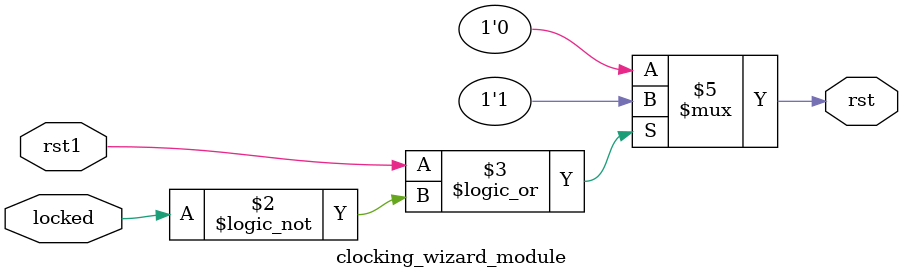
<source format=v>
`timescale 1ns / 1ps


module clocking_wizard_module(
     input wire rst1,locked,
     output reg rst
    );
    always@* begin
            if(rst1 || !locked) begin
               rst = 1'b1;
             end else begin
                        rst = 1'b0;
                  end  
       end  
endmodule

</source>
